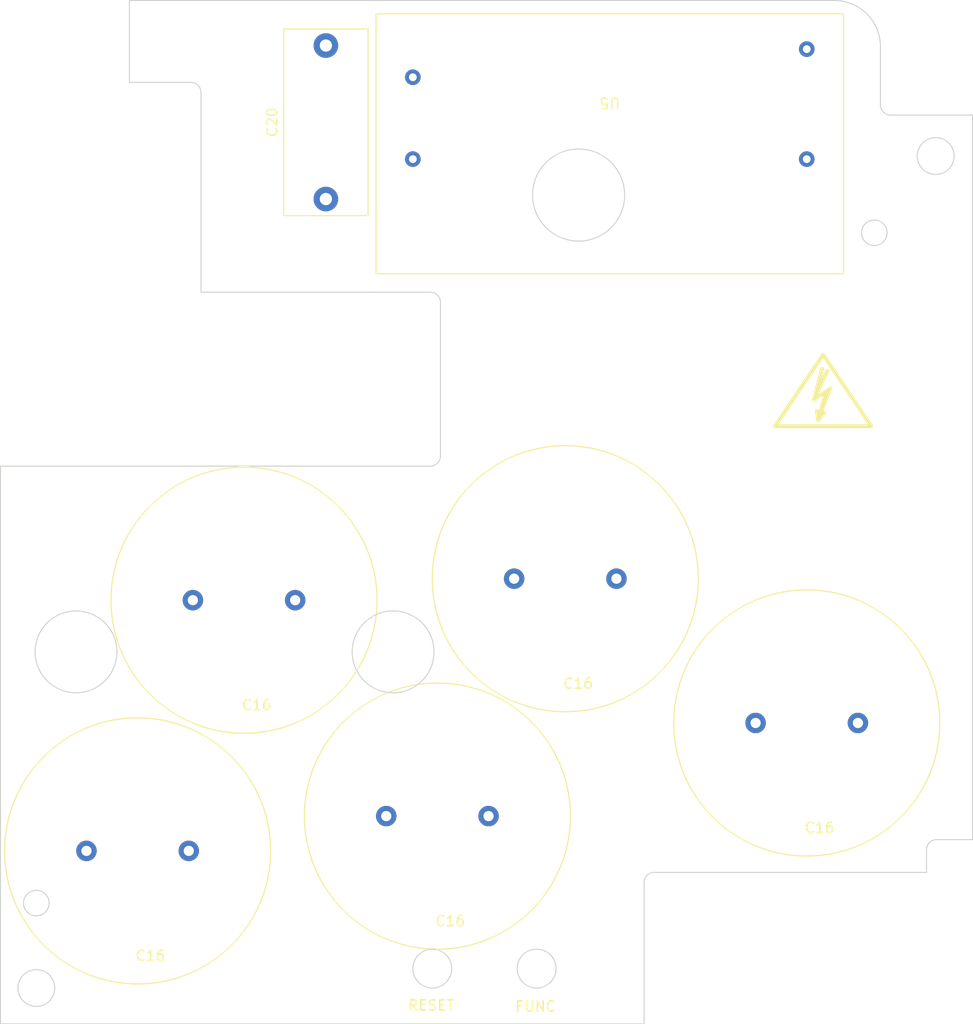
<source format=kicad_pcb>
(kicad_pcb (version 20200104) (host pcbnew "5.99.0-unknown-6252493~86~ubuntu18.04.1")

  (general
    (thickness 1.6)
    (drawings 84)
    (tracks 0)
    (modules 8)
    (nets 1)
  )

  (page "A4")
  (layers
    (0 "F.Cu" signal)
    (31 "B.Cu" signal)
    (32 "B.Adhes" user)
    (33 "F.Adhes" user)
    (34 "B.Paste" user)
    (35 "F.Paste" user)
    (36 "B.SilkS" user)
    (37 "F.SilkS" user)
    (38 "B.Mask" user hide)
    (39 "F.Mask" user hide)
    (40 "Dwgs.User" user)
    (41 "Cmts.User" user hide)
    (42 "Eco1.User" user hide)
    (43 "Eco2.User" user hide)
    (44 "Edge.Cuts" user)
    (45 "Margin" user hide)
    (46 "B.CrtYd" user hide)
    (47 "F.CrtYd" user hide)
    (48 "B.Fab" user hide)
    (49 "F.Fab" user hide)
  )

  (setup
    (last_trace_width 0.25)
    (trace_clearance 0.2)
    (zone_clearance 0.508)
    (zone_45_only no)
    (trace_min 0.2)
    (via_size 0.8)
    (via_drill 0.4)
    (via_min_size 0.4)
    (via_min_drill 0.3)
    (uvia_size 0.3)
    (uvia_drill 0.1)
    (uvias_allowed no)
    (uvia_min_size 0.2)
    (uvia_min_drill 0.1)
    (max_error 0.005)
    (defaults
      (edge_clearance 0.01)
      (edge_cuts_line_width 0.05)
      (courtyard_line_width 0.05)
      (copper_line_width 0.2)
      (copper_text_dims (size 1.5 1.5) (thickness 0.3))
      (silk_line_width 0.12)
      (silk_text_dims (size 1 1) (thickness 0.15))
      (other_layers_line_width 0.1)
      (other_layers_text_dims (size 1 1) (thickness 0.15))
      (dimension_units 0)
      (dimension_precision 1)
    )
    (pad_size 1.524 1.524)
    (pad_drill 0.762)
    (pad_to_mask_clearance 0.051)
    (solder_mask_min_width 0.25)
    (aux_axis_origin 0 0)
    (visible_elements FFFFFF7F)
    (pcbplotparams
      (layerselection 0x010fc_ffffffff)
      (usegerberextensions false)
      (usegerberattributes false)
      (usegerberadvancedattributes false)
      (creategerberjobfile false)
      (excludeedgelayer true)
      (linewidth 0.150000)
      (plotframeref false)
      (viasonmask false)
      (mode 1)
      (useauxorigin false)
      (hpglpennumber 1)
      (hpglpenspeed 20)
      (hpglpendiameter 15.000000)
      (psnegative false)
      (psa4output false)
      (plotreference true)
      (plotvalue true)
      (plotinvisibletext false)
      (padsonsilk false)
      (subtractmaskfromsilk false)
      (outputformat 1)
      (mirror false)
      (drillshape 1)
      (scaleselection 1)
      (outputdirectory "")
    )
  )

  (net 0 "")

  (net_class "Default" "This is the default net class."
    (clearance 0.2)
    (trace_width 0.25)
    (via_dia 0.8)
    (via_drill 0.4)
    (uvia_dia 0.3)
    (uvia_drill 0.1)
  )

  (module "umdriver:Symbol_HighVoltage_Type2_Silkscreen_VerySmall" (layer "F.Cu") (tedit 5BE741BB) (tstamp 5E58EA33)
    (at 172.1 90.8)
    (descr "Symbol, High Voltage, Type 2, Copper Top, Very Small,")
    (tags "Symbol, High Voltage, Type 2, Copper Top, Very Small,")
    (attr virtual)
    (fp_text reference "SYM1" (at 0 -10.16) (layer "F.SilkS") hide
      (effects (font (size 1 1) (thickness 0.15)))
    )
    (fp_text value "SYM_Flash_Small" (at 0 7.62) (layer "F.Fab")
      (effects (font (size 1 1) (thickness 0.15)))
    )
    (fp_line (start -0.49784 2.19964) (end 0.70104 -0.89916) (layer "F.SilkS") (width 0.381))
    (fp_line (start 0.70104 -0.89916) (end -0.9 0.2) (layer "F.SilkS") (width 0.381))
    (fp_line (start -0.89916 0.20066) (end 0.40132 -2.60096) (layer "F.SilkS") (width 0.381))
    (fp_line (start -0.49784 2.19964) (end 0.1016 1.50114) (layer "F.SilkS") (width 0.381))
    (fp_line (start -0.09906 -2.79908) (end -0.89916 0.20066) (layer "F.SilkS") (width 0.381))
    (fp_line (start -0.89916 0.20066) (end 0.29972 -0.59944) (layer "F.SilkS") (width 0.381))
    (fp_line (start 0.29972 -0.59944) (end -0.49784 2.19964) (layer "F.SilkS") (width 0.381))
    (fp_line (start -0.49784 2.19964) (end -0.59944 1.30048) (layer "F.SilkS") (width 0.381))
    (fp_line (start 0 -4.191) (end 4.699 2.794) (layer "F.SilkS") (width 0.381))
    (fp_line (start 4.699 2.794) (end -4.699 2.794) (layer "F.SilkS") (width 0.381))
    (fp_line (start -4.699 2.794) (end 0 -4.191) (layer "F.SilkS") (width 0.381))
  )

  (module "Capacitor_THT:C_Rect_L18.0mm_W8.0mm_P15.00mm_FKS3_FKP3" (layer "F.Cu") (tedit 5AE50EF0) (tstamp 5E57B2E0)
    (at 123.5 71.4 90)
    (descr "C, Rect series, Radial, pin pitch=15.00mm, , length*width=18*8mm^2, Capacitor, http://www.wima.com/EN/WIMA_FKS_3.pdf")
    (tags "C Rect series Radial pin pitch 15.00mm  length 18mm width 8mm Capacitor")
    (path "/5E446F00/5E44C0FC")
    (fp_text reference "C20" (at 7.5 -5.25 90) (layer "F.SilkS")
      (effects (font (size 1 1) (thickness 0.15)))
    )
    (fp_text value "C" (at 7.5 5.25 90) (layer "F.Fab")
      (effects (font (size 1 1) (thickness 0.15)))
    )
    (fp_line (start -1.5 -4) (end -1.5 4) (layer "F.Fab") (width 0.1))
    (fp_line (start -1.5 4) (end 16.5 4) (layer "F.Fab") (width 0.1))
    (fp_line (start 16.5 4) (end 16.5 -4) (layer "F.Fab") (width 0.1))
    (fp_line (start 16.5 -4) (end -1.5 -4) (layer "F.Fab") (width 0.1))
    (fp_line (start -1.62 -4.12) (end 16.62 -4.12) (layer "F.SilkS") (width 0.12))
    (fp_line (start -1.62 4.12) (end 16.62 4.12) (layer "F.SilkS") (width 0.12))
    (fp_line (start -1.62 -4.12) (end -1.62 4.12) (layer "F.SilkS") (width 0.12))
    (fp_line (start 16.62 -4.12) (end 16.62 4.12) (layer "F.SilkS") (width 0.12))
    (fp_line (start -1.75 -4.25) (end -1.75 4.25) (layer "F.CrtYd") (width 0.05))
    (fp_line (start -1.75 4.25) (end 16.75 4.25) (layer "F.CrtYd") (width 0.05))
    (fp_line (start 16.75 4.25) (end 16.75 -4.25) (layer "F.CrtYd") (width 0.05))
    (fp_line (start 16.75 -4.25) (end -1.75 -4.25) (layer "F.CrtYd") (width 0.05))
    (fp_text user "%R" (at 7.5 0 90) (layer "F.Fab")
      (effects (font (size 1 1) (thickness 0.15)))
    )
    (pad "1" thru_hole circle (at 0 0 90) (size 2.4 2.4) (drill 1.2) (layers *.Cu *.Mask))
    (pad "2" thru_hole circle (at 15 0 90) (size 2.4 2.4) (drill 1.2) (layers *.Cu *.Mask))
    (model "${KISYS3DMOD}/Capacitor_THT.3dshapes/C_Rect_L18.0mm_W8.0mm_P15.00mm_FKS3_FKP3.wrl"
      (at (xyz 0 0 0))
      (scale (xyz 1 1 1))
      (rotate (xyz 0 0 0))
    )
    (model "/home/miceuz/Xaltura/universal-motor-driver/umdriver.pretty/890334025039CS_Download_STP_890334025039CS_rev1.stp"
      (offset (xyz 7.5 0 7.2))
      (scale (xyz 1 1 1))
      (rotate (xyz -90 0 0))
    )
  )

  (module "umdriver:IRM-10-15" (layer "F.Cu") (tedit 5E445E44) (tstamp 5E56952D)
    (at 170.5 67.5 180)
    (path "/5E446F00/5E453D68")
    (fp_text reference "U5" (at 19.25 5.5 180 unlocked) (layer "F.SilkS")
      (effects (font (size 1 1) (thickness 0.15)))
    )
    (fp_text value "PSU" (at 19.25 4.5 180 unlocked) (layer "F.Fab")
      (effects (font (size 1 1) (thickness 0.15)))
    )
    (fp_line (start -3.6 -11.2) (end 42.1 -11.2) (layer "F.CrtYd") (width 0.12))
    (fp_line (start -3.6 14.2) (end 42.1 14.2) (layer "F.CrtYd") (width 0.12))
    (fp_line (start 42.1 -11.2) (end 42.1 14.2) (layer "F.CrtYd") (width 0.12))
    (fp_line (start -3.6 14.2) (end -3.6 -11.2) (layer "F.CrtYd") (width 0.12))
    (fp_line (start -3.6 -11.2) (end 42.1 -11.2) (layer "F.SilkS") (width 0.12))
    (fp_line (start -3.6 14.2) (end -3.6 -11.2) (layer "F.SilkS") (width 0.12))
    (fp_line (start 42.1 -11.2) (end 42.1 14.2) (layer "F.SilkS") (width 0.12))
    (fp_line (start -3.6 14.2) (end 42.1 14.2) (layer "F.SilkS") (width 0.12))
    (pad "1" thru_hole circle (at 0 0 180) (size 1.524 1.524) (drill 0.762) (layers *.Cu *.Mask))
    (pad "2" thru_hole circle (at 0 10.75 180) (size 1.524 1.524) (drill 0.762) (layers *.Cu *.Mask))
    (pad "3" thru_hole circle (at 38.5 8 180) (size 1.524 1.524) (drill 0.762) (layers *.Cu *.Mask))
    (pad "4" thru_hole circle (at 38.5 0 180) (size 1.524 1.524) (drill 0.762) (layers *.Cu *.Mask))
  )

  (module "Capacitor_THT:C_Radial_D18.0mm_H35.5mm_P7.50mm" (layer "F.Cu") (tedit 5E568CFA) (tstamp 5E5696E6)
    (at 151.9 108.5 180)
    (descr "C, Radial series, Radial, pin pitch=7.50mm, diameter=18mm, height=35.5mm, Non-Polar Electrolytic Capacitor")
    (tags "C Radial series Radial pin pitch 7.50mm diameter 18mm height 35.5mm Non-Polar Electrolytic Capacitor")
    (path "/5E412096")
    (fp_text reference "C16" (at 3.75 -10.25) (layer "F.SilkS")
      (effects (font (size 1 1) (thickness 0.15)))
    )
    (fp_text value ">9000" (at 3.75 10.25) (layer "F.Fab")
      (effects (font (size 1 1) (thickness 0.15)))
    )
    (fp_text user "%R" (at 3.75 0) (layer "F.Fab")
      (effects (font (size 1 1) (thickness 0.15)))
    )
    (fp_circle (center 5 0) (end 18 0) (layer "F.CrtYd") (width 0.05))
    (fp_circle (center 5 0) (end 18 0) (layer "F.SilkS") (width 0.12))
    (fp_circle (center 5 0) (end 18 0) (layer "F.Fab") (width 0.1))
    (pad "2" thru_hole circle (at 10 0 180) (size 2 2) (drill 1) (layers *.Cu *.Mask))
    (pad "1" thru_hole circle (at 0 0 180) (size 2 2) (drill 1) (layers *.Cu *.Mask))
    (model "${KISYS3DMOD}/Capacitor_THT.3dshapes/C_Radial_D18.0mm_H35.5mm_P7.50mm.wrl"
      (offset (xyz -0.5 0 0))
      (scale (xyz 1.4 1.4 1))
      (rotate (xyz 0 0 0))
    )
  )

  (module "Capacitor_THT:C_Radial_D18.0mm_H35.5mm_P7.50mm" (layer "F.Cu") (tedit 5E568CFA) (tstamp 5E569701)
    (at 110.1 135.1 180)
    (descr "C, Radial series, Radial, pin pitch=7.50mm, diameter=18mm, height=35.5mm, Non-Polar Electrolytic Capacitor")
    (tags "C Radial series Radial pin pitch 7.50mm diameter 18mm height 35.5mm Non-Polar Electrolytic Capacitor")
    (path "/5E412096")
    (fp_text reference "C16" (at 3.75 -10.25) (layer "F.SilkS")
      (effects (font (size 1 1) (thickness 0.15)))
    )
    (fp_text value ">9000" (at 3.75 10.25) (layer "F.Fab")
      (effects (font (size 1 1) (thickness 0.15)))
    )
    (fp_text user "%R" (at 3.75 0) (layer "F.Fab")
      (effects (font (size 1 1) (thickness 0.15)))
    )
    (fp_circle (center 5 0) (end 18 0) (layer "F.CrtYd") (width 0.05))
    (fp_circle (center 5 0) (end 18 0) (layer "F.SilkS") (width 0.12))
    (fp_circle (center 5 0) (end 18 0) (layer "F.Fab") (width 0.1))
    (pad "2" thru_hole circle (at 10 0 180) (size 2 2) (drill 1) (layers *.Cu *.Mask))
    (pad "1" thru_hole circle (at 0 0 180) (size 2 2) (drill 1) (layers *.Cu *.Mask))
    (model "${KISYS3DMOD}/Capacitor_THT.3dshapes/C_Radial_D18.0mm_H35.5mm_P7.50mm.wrl"
      (offset (xyz -0.5 0 0))
      (scale (xyz 1.4 1.4 1))
      (rotate (xyz 0 0 0))
    )
  )

  (module "Capacitor_THT:C_Radial_D18.0mm_H35.5mm_P7.50mm" (layer "F.Cu") (tedit 5E568CFA) (tstamp 5E56971C)
    (at 139.4 131.7 180)
    (descr "C, Radial series, Radial, pin pitch=7.50mm, diameter=18mm, height=35.5mm, Non-Polar Electrolytic Capacitor")
    (tags "C Radial series Radial pin pitch 7.50mm diameter 18mm height 35.5mm Non-Polar Electrolytic Capacitor")
    (path "/5E412096")
    (fp_text reference "C16" (at 3.75 -10.25) (layer "F.SilkS")
      (effects (font (size 1 1) (thickness 0.15)))
    )
    (fp_text value ">9000" (at 3.75 10.25) (layer "F.Fab")
      (effects (font (size 1 1) (thickness 0.15)))
    )
    (fp_circle (center 5 0) (end 18 0) (layer "F.Fab") (width 0.1))
    (fp_circle (center 5 0) (end 18 0) (layer "F.SilkS") (width 0.12))
    (fp_circle (center 5 0) (end 18 0) (layer "F.CrtYd") (width 0.05))
    (fp_text user "%R" (at 3.75 0) (layer "F.Fab")
      (effects (font (size 1 1) (thickness 0.15)))
    )
    (pad "1" thru_hole circle (at 0 0 180) (size 2 2) (drill 1) (layers *.Cu *.Mask))
    (pad "2" thru_hole circle (at 10 0 180) (size 2 2) (drill 1) (layers *.Cu *.Mask))
    (model "${KISYS3DMOD}/Capacitor_THT.3dshapes/C_Radial_D18.0mm_H35.5mm_P7.50mm.wrl"
      (offset (xyz -0.5 0 0))
      (scale (xyz 1.4 1.4 1))
      (rotate (xyz 0 0 0))
    )
  )

  (module "Capacitor_THT:C_Radial_D18.0mm_H35.5mm_P7.50mm" (layer "F.Cu") (tedit 5E568CFA) (tstamp 5E569737)
    (at 175.5 122.6 180)
    (descr "C, Radial series, Radial, pin pitch=7.50mm, diameter=18mm, height=35.5mm, Non-Polar Electrolytic Capacitor")
    (tags "C Radial series Radial pin pitch 7.50mm diameter 18mm height 35.5mm Non-Polar Electrolytic Capacitor")
    (path "/5E412096")
    (fp_text reference "C16" (at 3.75 -10.25) (layer "F.SilkS")
      (effects (font (size 1 1) (thickness 0.15)))
    )
    (fp_text value ">9000" (at 3.75 10.25) (layer "F.Fab")
      (effects (font (size 1 1) (thickness 0.15)))
    )
    (fp_text user "%R" (at 3.75 0) (layer "F.Fab")
      (effects (font (size 1 1) (thickness 0.15)))
    )
    (fp_circle (center 5 0) (end 18 0) (layer "F.CrtYd") (width 0.05))
    (fp_circle (center 5 0) (end 18 0) (layer "F.SilkS") (width 0.12))
    (fp_circle (center 5 0) (end 18 0) (layer "F.Fab") (width 0.1))
    (pad "2" thru_hole circle (at 10 0 180) (size 2 2) (drill 1) (layers *.Cu *.Mask))
    (pad "1" thru_hole circle (at 0 0 180) (size 2 2) (drill 1) (layers *.Cu *.Mask))
    (model "${KISYS3DMOD}/Capacitor_THT.3dshapes/C_Radial_D18.0mm_H35.5mm_P7.50mm.wrl"
      (offset (xyz -0.5 0 0))
      (scale (xyz 1.4 1.4 1))
      (rotate (xyz 0 0 0))
    )
  )

  (module "Capacitor_THT:C_Radial_D18.0mm_H35.5mm_P7.50mm" (layer "F.Cu") (tedit 5E568CFA) (tstamp 5E569752)
    (at 120.5 110.6 180)
    (descr "C, Radial series, Radial, pin pitch=7.50mm, diameter=18mm, height=35.5mm, Non-Polar Electrolytic Capacitor")
    (tags "C Radial series Radial pin pitch 7.50mm diameter 18mm height 35.5mm Non-Polar Electrolytic Capacitor")
    (path "/5E412096")
    (fp_text reference "C16" (at 3.75 -10.25) (layer "F.SilkS")
      (effects (font (size 1 1) (thickness 0.15)))
    )
    (fp_text value ">9000" (at 3.75 10.25) (layer "F.Fab")
      (effects (font (size 1 1) (thickness 0.15)))
    )
    (fp_circle (center 5 0) (end 18 0) (layer "F.Fab") (width 0.1))
    (fp_circle (center 5 0) (end 18 0) (layer "F.SilkS") (width 0.12))
    (fp_circle (center 5 0) (end 18 0) (layer "F.CrtYd") (width 0.05))
    (fp_text user "%R" (at 3.75 0) (layer "F.Fab")
      (effects (font (size 1 1) (thickness 0.15)))
    )
    (pad "1" thru_hole circle (at 0 0 180) (size 2 2) (drill 1) (layers *.Cu *.Mask))
    (pad "2" thru_hole circle (at 10 0 180) (size 2 2) (drill 1) (layers *.Cu *.Mask))
    (model "${KISYS3DMOD}/Capacitor_THT.3dshapes/C_Radial_D18.0mm_H35.5mm_P7.50mm.wrl"
      (offset (xyz -0.5 0 0))
      (scale (xyz 1.4 1.4 1))
      (rotate (xyz 0 0 0))
    )
  )

  (gr_text "FUNC" (at 144 150.3) (layer "F.SilkS")
    (effects (font (size 1 1) (thickness 0.15)))
  )
  (gr_text "RESET" (at 133.8 150.2) (layer "F.SilkS")
    (effects (font (size 1 1) (thickness 0.15)))
  )
  (gr_circle (center 148.2 71.01) (end 152.7 71.01) (layer "Edge.Cuts") (width 0.1) (tstamp 5E58E50F))
  (gr_circle (center 144.1 146.6) (end 146 146.6) (layer "Edge.Cuts") (width 0.1) (tstamp 5E58E50E))
  (gr_circle (center 133.9 146.6) (end 135.8 146.6) (layer "Edge.Cuts") (width 0.1) (tstamp 5E58E50D))
  (gr_circle (center 99.08 115.65) (end 103.08 115.65) (layer "Edge.Cuts") (width 0.1) (tstamp 5E58E50C))
  (gr_circle (center 95.2 140.2) (end 95.2 138.95) (layer "Edge.Cuts") (width 0.1) (tstamp 5E58E50B))
  (gr_line (start 154.6 152) (end 154.6 138.2) (layer "Edge.Cuts") (width 0.1) (tstamp 5E58E50A))
  (gr_line (start 91.7 152) (end 154.6 152) (layer "Edge.Cuts") (width 0.1) (tstamp 5E58E509))
  (gr_circle (center 183.1 67.2) (end 183.1 65.4) (layer "Edge.Cuts") (width 0.1) (tstamp 5E58E508))
  (gr_line (start 91.7 97.5) (end 133.7 97.5) (layer "Edge.Cuts") (width 0.1) (tstamp 5E58E507))
  (gr_line (start 183.2 134) (end 186.7 134) (layer "Edge.Cuts") (width 0.1) (tstamp 5E58E506))
  (gr_arc (start 133.7 96.5) (end 133.7 97.5) (angle -90) (layer "Edge.Cuts") (width 0.1) (tstamp 5E58E505))
  (gr_line (start 110.5 53) (end 110.5 54.6) (layer "Dwgs.User") (width 0.1) (tstamp 5E58E504))
  (gr_line (start 114.1 54.6) (end 114.1 53) (layer "Dwgs.User") (width 0.1) (tstamp 5E58E503))
  (gr_circle (center 107.3 55.51) (end 109.1 55.51) (layer "Dwgs.User") (width 0.1) (tstamp 5E58E502))
  (gr_arc (start 110.3 61) (end 111.3 61) (angle -90) (layer "Edge.Cuts") (width 0.1) (tstamp 5E58E501))
  (gr_line (start 111.3 61) (end 111.3 80.5) (layer "Edge.Cuts") (width 0.1) (tstamp 5E58E500))
  (gr_line (start 186.7 63.2) (end 178.7 63.2) (layer "Edge.Cuts") (width 0.1) (tstamp 5E58E4FF))
  (gr_arc (start 183.2 135) (end 183.2 134) (angle -90) (layer "Edge.Cuts") (width 0.1) (tstamp 5E58E4FE))
  (gr_circle (center 177.1 74.7) (end 177.1 73.45) (layer "Edge.Cuts") (width 0.1) (tstamp 5E58E4FD))
  (gr_line (start 182.2 137.2) (end 182.2 135) (layer "Edge.Cuts") (width 0.1) (tstamp 5E58E4FC))
  (gr_line (start 177.7 62.2) (end 177.7 56.5) (layer "Edge.Cuts") (width 0.1) (tstamp 5E58E4FB))
  (gr_line (start 110.5 54.6) (end 114.1 54.6) (layer "Dwgs.User") (width 0.1) (tstamp 5E58E4FA))
  (gr_line (start 155.6 137.2) (end 182.2 137.2) (layer "Edge.Cuts") (width 0.1) (tstamp 5E58E4F9))
  (gr_line (start 186.7 63.2) (end 186.7 63.2) (layer "Edge.Cuts") (width 0.1) (tstamp 5E58E4F8))
  (gr_arc (start 178.7 62.2) (end 177.7 62.2) (angle -90) (layer "Edge.Cuts") (width 0.1) (tstamp 5E58E4F7))
  (gr_line (start 112.3 53) (end 112.3 54.6) (layer "Dwgs.User") (width 0.1) (tstamp 5E58E4F6))
  (gr_arc (start 155.6 138.2) (end 155.6 137.2) (angle -90) (layer "Edge.Cuts") (width 0.1) (tstamp 5E58E4F5))
  (gr_line (start 173.2 52) (end 104.3 52) (layer "Edge.Cuts") (width 0.1) (tstamp 5E58E4F4))
  (gr_line (start 112.3 53.8) (end 112.3 54.438768) (layer "Dwgs.User") (width 0.1) (tstamp 5E58E4F3))
  (gr_line (start 110.5 53.8) (end 114.1 53.8) (layer "Dwgs.User") (width 0.1) (tstamp 5E58E4F2))
  (gr_circle (center 95.2 148.5) (end 95.2 146.7) (layer "Edge.Cuts") (width 0.1) (tstamp 5E58E4F1))
  (gr_line (start 91.7 97.5) (end 91.7 152) (layer "Edge.Cuts") (width 0.1) (tstamp 5E58E4F0))
  (gr_arc (start 173.2 56.5) (end 177.7 56.5) (angle -90) (layer "Edge.Cuts") (width 0.1) (tstamp 5E58E4EF))
  (gr_line (start 104.3 60) (end 110.3 60) (layer "Edge.Cuts") (width 0.1) (tstamp 5E58E4EE))
  (gr_circle (center 130.07 115.65) (end 134.07 115.651315) (layer "Edge.Cuts") (width 0.1) (tstamp 5E58E4E0))
  (gr_arc (start 133.7 81.5) (end 134.7 81.5) (angle -90) (layer "Edge.Cuts") (width 0.1) (tstamp 5E58E4DF))
  (gr_line (start 111.3 80.5) (end 128.1 80.5) (layer "Edge.Cuts") (width 0.1) (tstamp 5E58E4DE))
  (gr_line (start 104.3 60) (end 104.3 52) (layer "Edge.Cuts") (width 0.1) (tstamp 5E58E4DD))
  (gr_line (start 186.7 134) (end 186.7 63.2) (layer "Edge.Cuts") (width 0.1) (tstamp 5E58E4DC))
  (gr_circle (center 107.3 55.5) (end 107.3 54.3) (layer "Dwgs.User") (width 0.1) (tstamp 5E58E4DB))
  (gr_line (start 114.1 53) (end 110.5 53) (layer "Dwgs.User") (width 0.1) (tstamp 5E58E4DA))
  (gr_line (start 128.1 80.5) (end 133.7 80.5) (layer "Edge.Cuts") (width 0.1) (tstamp 5E58E4D8))
  (gr_line (start 134.7 81.5) (end 134.7 96.5) (layer "Edge.Cuts") (width 0.1) (tstamp 5E58E4D7))
  (gr_circle (center 141.798685 94.8) (end 145.198685 96.5) (layer "Eco1.User") (width 0.1) (tstamp 5E560A29))
  (gr_line (start 114.1 54.6) (end 114.1 53) (layer "Eco1.User") (width 0.1) (tstamp 5E560A28))
  (gr_line (start 110.5 53) (end 110.5 54.6) (layer "Eco1.User") (width 0.1) (tstamp 5E560A27))
  (gr_line (start 102.45 113) (end 137.95 113) (layer "Eco1.User") (width 0.1) (tstamp 5E560A26))
  (gr_arc (start 103.3 91) (end 103.3 92) (angle -90) (layer "Eco1.User") (width 0.1) (tstamp 5E560A25))
  (gr_line (start 110.9 67.9) (end 110.9 91) (layer "Eco1.User") (width 0.1) (tstamp 5E560A24))
  (gr_circle (center 177.1 74.7) (end 177.1 73.45) (layer "Eco1.User") (width 0.1) (tstamp 5E560A23))
  (gr_arc (start 183.2 135) (end 183.2 134) (angle -90) (layer "Eco1.User") (width 0.1) (tstamp 5E560A22))
  (gr_line (start 186.7 63.2) (end 178.7 63.2) (layer "Eco1.User") (width 0.1) (tstamp 5E560A21))
  (gr_line (start 110.9 91) (end 104.3 91) (layer "Eco1.User") (width 0.1) (tstamp 5E560A20))
  (gr_line (start 114.1 53) (end 110.5 53) (layer "Eco1.User") (width 0.1) (tstamp 5E560A1F))
  (gr_circle (center 107.3 55.5) (end 108.5 55.5) (layer "Eco1.User") (width 0.1) (tstamp 5E560A1E))
  (gr_line (start 186.7 134) (end 186.7 63.2) (layer "Eco1.User") (width 0.1) (tstamp 5E560A1D))
  (gr_line (start 110.5 54.6) (end 114.1 54.6) (layer "Eco1.User") (width 0.1) (tstamp 5E560A1C))
  (gr_line (start 177.7 62.2) (end 177.7 56.5) (layer "Eco1.User") (width 0.1) (tstamp 5E560A1B))
  (gr_line (start 182.2 140) (end 182.2 135) (layer "Eco1.User") (width 0.1) (tstamp 5E560A1A))
  (gr_line (start 110.5 53.8) (end 114.1 53.8) (layer "Eco1.User") (width 0.1) (tstamp 5E560A19))
  (gr_line (start 112.3 53.8) (end 112.3 54.438768) (layer "Eco1.User") (width 0.1) (tstamp 5E560A18))
  (gr_line (start 102.45 137.75) (end 102.45 113) (layer "Eco1.User") (width 0.1) (tstamp 5E560A17))
  (gr_line (start 173.2 52) (end 104.3 52) (layer "Eco1.User") (width 0.1) (tstamp 5E560A16))
  (gr_line (start 137.95 113) (end 137.95 137.75) (layer "Eco1.User") (width 0.1) (tstamp 5E560A15))
  (gr_line (start 91.7 152) (end 143.2 152) (layer "Eco1.User") (width 0.1) (tstamp 5E560A14))
  (gr_line (start 143.2 152) (end 143.2 141) (layer "Eco1.User") (width 0.1) (tstamp 5E560A13))
  (gr_line (start 137.95 137.75) (end 102.45 137.75) (layer "Eco1.User") (width 0.1) (tstamp 5E560A12))
  (gr_circle (center 95.2 140.2) (end 95.2 138.95) (layer "Eco1.User") (width 0.1) (tstamp 5E560A11))
  (gr_arc (start 144.2 141) (end 144.2 140) (angle -90) (layer "Eco1.User") (width 0.1) (tstamp 5E560A10))
  (gr_line (start 112.3 53) (end 112.3 54.6) (layer "Eco1.User") (width 0.1) (tstamp 5E560A0F))
  (gr_arc (start 178.7 62.2) (end 177.7 62.2) (angle -90) (layer "Eco1.User") (width 0.1) (tstamp 5E560A0E))
  (gr_arc (start 173.2 56.5) (end 177.7 56.5) (angle -90) (layer "Eco1.User") (width 0.1) (tstamp 5E560A0D))
  (gr_line (start 91.7 92) (end 91.7 152) (layer "Eco1.User") (width 0.1) (tstamp 5E560A0C))
  (gr_circle (center 95.2 148.5) (end 95.2 146.7) (layer "Eco1.User") (width 0.1) (tstamp 5E560A0B))
  (gr_line (start 183.2 134) (end 186.7 134) (layer "Eco1.User") (width 0.1) (tstamp 5E560A0A))
  (gr_circle (center 148.2 71.01) (end 152.7 71.01) (layer "Eco1.User") (width 0.1) (tstamp 5E560A09))
  (gr_line (start 91.7 92) (end 103.3 92) (layer "Eco1.User") (width 0.1) (tstamp 5E560A08))
  (gr_circle (center 183.1 67.2) (end 183.1 65.4) (layer "Eco1.User") (width 0.1) (tstamp 5E560A07))
  (gr_line (start 104.3 67.9) (end 104.3 52) (layer "Eco1.User") (width 0.1) (tstamp 5E560A04))
  (gr_line (start 186.7 63.2) (end 186.7 63.2) (layer "Eco1.User") (width 0.1) (tstamp 5E560A03))
  (gr_line (start 144.2 140) (end 182.2 140) (layer "Eco1.User") (width 0.1) (tstamp 5E560A02))
  (gr_line (start 104.3 67.9) (end 110.9 67.9) (layer "Eco1.User") (width 0.1) (tstamp 5E560A01))

)

</source>
